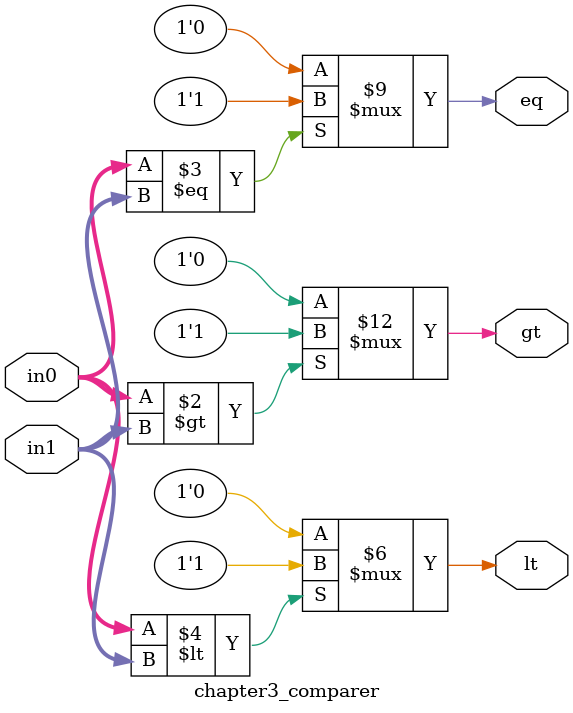
<source format=v>
module chapter3_comparer #(
    parameter N = 8
)(
    input [N-1:0]in0,in1,
    output reg gt,eq,lt
);
always @*begin
    //Ã¿Ò»´ÎµçÆ½ÇÐ»»¶¼ÊÇ¸³Óè0³õÊ¼Öµ
    gt = 0;
    eq = 0;
    lt = 0;
    //Ê¹ÓÃÈýif»¹ÊÇÒ»¸öif else½á¹¹  £¨´ýÂÛÖ¤£©ÎÒ¾õµÃÈýifºÏÊÊ±íÊ¾²¢ÐÐÂß¼­
    if(in0 > in1)
        gt = 1;
    if(in0 == in1)
        eq = 1;
    if(in0 < in1)
        lt = 1;
end
endmodule
</source>
